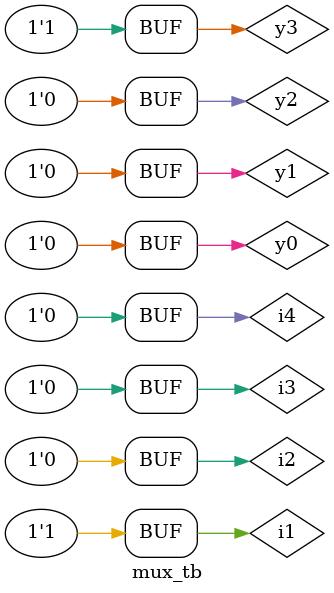
<source format=v>
module mux_tb;
reg i1,i2,i3,i4,y0,y1,y2,y3;
wire y,s1,s0;
mux1 mymod(s0,s1,i1,i2,i3,i4,y,y0,y1,y2,y3);
initial
begin
$monitor("s0=%b s1=%b i1=%b i2=%b i3=%b i4=%b y=%b ",s0,s1,i1,i2,i3,i4,y);
y0=1'b0;
y1=1'b0;
y2=1'b0;
y3=1'b1;
i1=1'b1;
i2=1'b0;
i3=1'b0;
i4=1'b0;
#5;
end
endmodule
</source>
